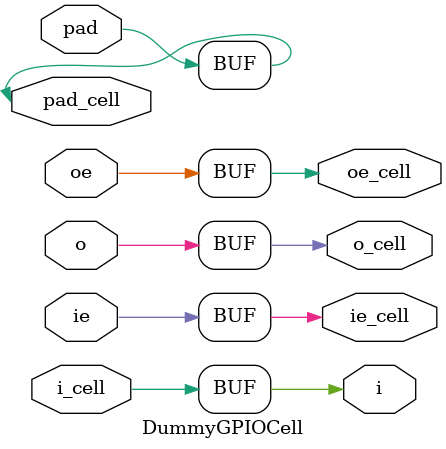
<source format=v>

module DummyInIOCell (
	input   pad,
	output  i,
	input   ie,
	inout  	pad_cell,
	input   i_cell,
	output 	ie_cell);

	assign i = i_cell;
	assign pad_cell = pad;
	assign ie_cell = ie;

endmodule

module DummyOutIOCell (
	output  pad,
	input   o,
	input   oe,
	inout   pad_cell,
	output  o_cell,
	output  oe_cell);

	assign o_cell = o;
//	assign pad_cell = pad;
	assign pad = pad_cell;
	assign oe_cell = oe;

endmodule



module DummyGPIOCell (
	inout   pad,
	input   o,
	output  i,
	input   oe,
	input   ie,
	inout   pad_cell,
	input   i_cell,
	output  o_cell,
	output  oe_cell,
	output  ie_cell);

	assign i = i_cell;
	assign o_cell = o;
	assign pad_cell = pad;
	assign oe_cell = oe;
	assign ie_cell = ie;

endmodule

</source>
